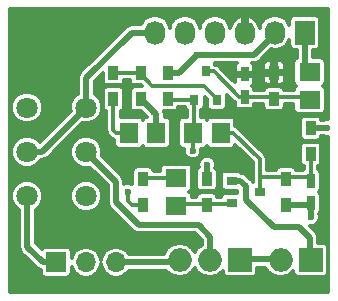
<source format=gtl>
G04 #@! TF.FileFunction,Copper,L1,Top,Signal*
%FSLAX46Y46*%
G04 Gerber Fmt 4.6, Leading zero omitted, Abs format (unit mm)*
G04 Created by KiCad (PCBNEW 4.0.4-1.fc24-product) date Mon Aug 27 11:40:59 2018*
%MOMM*%
%LPD*%
G01*
G04 APERTURE LIST*
%ADD10C,0.100000*%
%ADD11R,0.750000X1.200000*%
%ADD12R,0.900000X0.800000*%
%ADD13R,1.549400X1.800860*%
%ADD14C,1.800000*%
%ADD15O,1.998980X1.998980*%
%ADD16R,1.998980X1.998980*%
%ADD17R,0.800000X0.900000*%
%ADD18R,0.900000X1.200000*%
%ADD19R,1.800860X1.549400*%
%ADD20R,1.700000X1.700000*%
%ADD21O,1.700000X1.700000*%
%ADD22R,1.727200X2.032000*%
%ADD23O,1.727200X2.032000*%
%ADD24C,0.600000*%
%ADD25C,0.300000*%
%ADD26C,0.500000*%
G04 APERTURE END LIST*
D10*
D11*
X156400000Y-96950000D03*
X156400000Y-95050000D03*
D12*
X155300000Y-104050000D03*
X155300000Y-105950000D03*
X157700000Y-105000000D03*
D13*
X152023980Y-100000000D03*
X154376020Y-100000000D03*
D14*
X138000000Y-97850000D03*
X138000000Y-101600000D03*
X138000000Y-105350000D03*
X143000000Y-97850000D03*
X143000000Y-101600000D03*
X143000000Y-105350000D03*
D15*
X150920000Y-110750000D03*
D16*
X156000000Y-110750000D03*
D15*
X153460000Y-110750000D03*
D17*
X152150000Y-97200000D03*
X154050000Y-97200000D03*
X153100000Y-94800000D03*
D18*
X149900000Y-94900000D03*
X149900000Y-97100000D03*
D19*
X161900000Y-97176020D03*
X161900000Y-94823980D03*
D11*
X162000000Y-104050000D03*
X162000000Y-105950000D03*
D19*
X150600000Y-106176020D03*
X150600000Y-103823980D03*
D15*
X159460000Y-110750000D03*
D16*
X162000000Y-110750000D03*
D18*
X158900000Y-97100000D03*
X158900000Y-94900000D03*
X147600000Y-94900000D03*
X147600000Y-97100000D03*
X159900000Y-103900000D03*
X159900000Y-106100000D03*
X153200000Y-106100000D03*
X153200000Y-103900000D03*
X147800000Y-106100000D03*
X147800000Y-103900000D03*
X145300000Y-94900000D03*
X145300000Y-97100000D03*
X162000000Y-99600000D03*
X162000000Y-101800000D03*
D20*
X140460000Y-110950000D03*
D21*
X143000000Y-110950000D03*
X145540000Y-110950000D03*
D13*
X146584610Y-99999262D03*
X148936650Y-99999262D03*
D22*
X161500000Y-91500000D03*
D23*
X158960000Y-91500000D03*
X156420000Y-91500000D03*
X153880000Y-91500000D03*
X151340000Y-91500000D03*
X148800000Y-91500000D03*
D24*
X157500000Y-95000000D03*
X148749262Y-98249262D03*
X162000000Y-107140000D03*
X153220000Y-102700000D03*
X152000000Y-101500000D03*
X152350000Y-93400000D03*
X163360000Y-99600000D03*
X146500000Y-105000000D03*
D25*
X153100000Y-94800000D02*
X153800000Y-94800000D01*
X153800000Y-94800000D02*
X155950000Y-96950000D01*
X155950000Y-96950000D02*
X156400000Y-96950000D01*
X156400000Y-96950000D02*
X156390000Y-96960000D01*
X158900000Y-97100000D02*
X158760000Y-96960000D01*
X158760000Y-96960000D02*
X156410000Y-96960000D01*
X156410000Y-96960000D02*
X156400000Y-96950000D01*
X161900000Y-97176020D02*
X161683980Y-96960000D01*
X161683980Y-96960000D02*
X159040000Y-96960000D01*
X159040000Y-96960000D02*
X158900000Y-97100000D01*
D26*
X161500000Y-91500000D02*
X161500000Y-94423980D01*
X161500000Y-94423980D02*
X161900000Y-94823980D01*
X161392663Y-94316643D02*
X161900000Y-94823980D01*
X161400000Y-94323980D02*
X161900000Y-94823980D01*
X158900000Y-94900000D02*
X159000000Y-95000000D01*
X156400000Y-95050000D02*
X156450000Y-95000000D01*
X156450000Y-95000000D02*
X158800000Y-95000000D01*
X158800000Y-95000000D02*
X158900000Y-94900000D01*
X148749262Y-98249262D02*
X147600000Y-97100000D01*
X148936650Y-98436650D02*
X148749262Y-98249262D01*
X148936650Y-99999262D02*
X148936650Y-98436650D01*
X145540000Y-110950000D02*
X150670000Y-110950000D01*
X150670000Y-110950000D02*
X150920000Y-110700000D01*
X159900000Y-106100000D02*
X161850000Y-106100000D01*
X161850000Y-106100000D02*
X162000000Y-105950000D01*
X162000000Y-105950000D02*
X162000000Y-107140000D01*
X153200000Y-103900000D02*
X153200000Y-102720000D01*
X153200000Y-102720000D02*
X153220000Y-102700000D01*
D25*
X152000000Y-101500000D02*
X152000000Y-100023980D01*
X152000000Y-100023980D02*
X152023980Y-100000000D01*
X152150000Y-97200000D02*
X150000000Y-97200000D01*
X150000000Y-97200000D02*
X149900000Y-97100000D01*
X152150000Y-97200000D02*
X152150000Y-99873980D01*
X152150000Y-99873980D02*
X152023980Y-100000000D01*
X152023980Y-99373980D02*
X152023980Y-100000000D01*
X152023980Y-99874270D02*
X152023980Y-100000000D01*
X162000000Y-104050000D02*
X161700000Y-103750000D01*
X161700000Y-103750000D02*
X160050000Y-103750000D01*
X160050000Y-103750000D02*
X159900000Y-103900000D01*
X157700000Y-103750000D02*
X159750000Y-103750000D01*
X159750000Y-103750000D02*
X159900000Y-103900000D01*
X157700000Y-103750000D02*
X157700000Y-104000000D01*
X157700000Y-102249280D02*
X157700000Y-103750000D01*
X157700000Y-104000000D02*
X157700000Y-104300000D01*
X154376020Y-100000000D02*
X155450720Y-100000000D01*
X155450720Y-100000000D02*
X157700000Y-102249280D01*
X157700000Y-104300000D02*
X157700000Y-105000000D01*
X162000000Y-104050000D02*
X162000000Y-101800000D01*
X145300000Y-97100000D02*
X145300000Y-99789352D01*
X145300000Y-99789352D02*
X145509910Y-99999262D01*
X145509910Y-99999262D02*
X146584610Y-99999262D01*
X150600000Y-106176020D02*
X150776020Y-106000000D01*
X150776020Y-106000000D02*
X153100000Y-106000000D01*
X153100000Y-106000000D02*
X153200000Y-106100000D01*
X155300000Y-105950000D02*
X155250000Y-106000000D01*
X155250000Y-106000000D02*
X153300000Y-106000000D01*
X153300000Y-106000000D02*
X153200000Y-106100000D01*
X150600000Y-103823980D02*
X147876020Y-103823980D01*
X147876020Y-103823980D02*
X147800000Y-103900000D01*
D26*
X153500000Y-108800000D02*
X153460000Y-108840000D01*
X153460000Y-108840000D02*
X153460000Y-110700000D01*
X143000000Y-101650000D02*
X145500000Y-104150000D01*
X145500000Y-104150000D02*
X145500000Y-105840002D01*
X145500000Y-105840002D02*
X147459998Y-107800000D01*
X147459998Y-107800000D02*
X152500000Y-107800000D01*
X152500000Y-107800000D02*
X153500000Y-108800000D01*
X152350000Y-93400000D02*
X157212400Y-93400000D01*
X157212400Y-93400000D02*
X158960000Y-91652400D01*
X158960000Y-91652400D02*
X158960000Y-91500000D01*
X161910000Y-110400000D02*
X161940000Y-110400000D01*
X161940000Y-108900510D02*
X161940000Y-110700000D01*
X149900000Y-94900000D02*
X150850000Y-94900000D01*
X150850000Y-94900000D02*
X152350000Y-93400000D01*
X161940000Y-108900510D02*
X161039490Y-108000000D01*
X161039490Y-108000000D02*
X158859998Y-108000000D01*
X158859998Y-108000000D02*
X156500000Y-105640002D01*
X156500000Y-105640002D02*
X156500000Y-104500000D01*
X156500000Y-104500000D02*
X156050000Y-104050000D01*
X156050000Y-104050000D02*
X155300000Y-104050000D01*
X162000000Y-99600000D02*
X163360000Y-99600000D01*
D25*
X146500000Y-105750000D02*
X146850000Y-106100000D01*
X146850000Y-106100000D02*
X147800000Y-106100000D01*
X146500000Y-105000000D02*
X146500000Y-105750000D01*
X147800000Y-106100000D02*
X147800000Y-105950000D01*
D26*
X143000000Y-96577208D02*
X143000000Y-95339998D01*
X143000000Y-95339998D02*
X146839998Y-91500000D01*
X146839998Y-91500000D02*
X147636400Y-91500000D01*
X147636400Y-91500000D02*
X148800000Y-91500000D01*
X143000000Y-96577208D02*
X143000000Y-97850000D01*
X143000000Y-97850000D02*
X139250000Y-101600000D01*
X139250000Y-101600000D02*
X138000000Y-101600000D01*
D25*
X147600000Y-94900000D02*
X145300000Y-94900000D01*
X147600000Y-94900000D02*
X147600000Y-95050000D01*
X152949999Y-96049999D02*
X154050000Y-97150000D01*
X147600000Y-95050000D02*
X148599999Y-96049999D01*
X148599999Y-96049999D02*
X152949999Y-96049999D01*
X154050000Y-97150000D02*
X154050000Y-97200000D01*
D26*
X138000000Y-105350000D02*
X138000000Y-109640000D01*
X138000000Y-109640000D02*
X139310000Y-110950000D01*
X139310000Y-110950000D02*
X140460000Y-110950000D01*
X159400000Y-110700000D02*
X158100510Y-110700000D01*
X158100510Y-110700000D02*
X156000000Y-110700000D01*
D25*
G36*
X163475000Y-98850101D02*
X163211470Y-98849870D01*
X163090147Y-98900000D01*
X162890000Y-98900000D01*
X162877438Y-98833240D01*
X162778883Y-98680081D01*
X162628505Y-98577332D01*
X162450000Y-98541184D01*
X161550000Y-98541184D01*
X161383240Y-98572562D01*
X161230081Y-98671117D01*
X161127332Y-98821495D01*
X161091184Y-99000000D01*
X161091184Y-100200000D01*
X161122562Y-100366760D01*
X161221117Y-100519919D01*
X161371495Y-100622668D01*
X161550000Y-100658816D01*
X162450000Y-100658816D01*
X162616760Y-100627438D01*
X162769919Y-100528883D01*
X162872668Y-100378505D01*
X162888566Y-100300000D01*
X163090063Y-100300000D01*
X163210161Y-100349869D01*
X163475000Y-100350101D01*
X163475000Y-113475000D01*
X136525000Y-113475000D01*
X136525000Y-101867353D01*
X136649766Y-101867353D01*
X136854858Y-102363715D01*
X137234288Y-102743807D01*
X137730290Y-102949765D01*
X138267353Y-102950234D01*
X138763715Y-102745142D01*
X139143807Y-102365712D01*
X139171093Y-102300000D01*
X139250000Y-102300000D01*
X139517879Y-102246716D01*
X139744975Y-102094975D01*
X142666622Y-99173328D01*
X142730290Y-99199765D01*
X143267353Y-99200234D01*
X143763715Y-98995142D01*
X144143807Y-98615712D01*
X144349765Y-98119710D01*
X144350234Y-97582647D01*
X144145142Y-97086285D01*
X143765712Y-96706193D01*
X143700000Y-96678907D01*
X143700000Y-95629948D01*
X144391184Y-94938764D01*
X144391184Y-95500000D01*
X144422562Y-95666760D01*
X144521117Y-95819919D01*
X144671495Y-95922668D01*
X144850000Y-95958816D01*
X145750000Y-95958816D01*
X145916760Y-95927438D01*
X146069919Y-95828883D01*
X146172668Y-95678505D01*
X146208816Y-95500000D01*
X146691184Y-95500000D01*
X146722562Y-95666760D01*
X146821117Y-95819919D01*
X146971495Y-95922668D01*
X147150000Y-95958816D01*
X147660288Y-95958816D01*
X147742656Y-96041184D01*
X147150000Y-96041184D01*
X146983240Y-96072562D01*
X146830081Y-96171117D01*
X146727332Y-96321495D01*
X146691184Y-96500000D01*
X146691184Y-97700000D01*
X146722562Y-97866760D01*
X146821117Y-98019919D01*
X146971495Y-98122668D01*
X147150000Y-98158816D01*
X147668866Y-98158816D01*
X148063413Y-98553363D01*
X148103743Y-98650968D01*
X147995190Y-98671394D01*
X147842031Y-98769949D01*
X147759835Y-98890247D01*
X147688193Y-98778913D01*
X147537815Y-98676164D01*
X147359310Y-98640016D01*
X145900000Y-98640016D01*
X145900000Y-98130592D01*
X145916760Y-98127438D01*
X146069919Y-98028883D01*
X146172668Y-97878505D01*
X146208816Y-97700000D01*
X146208816Y-96500000D01*
X146177438Y-96333240D01*
X146078883Y-96180081D01*
X145928505Y-96077332D01*
X145750000Y-96041184D01*
X144850000Y-96041184D01*
X144683240Y-96072562D01*
X144530081Y-96171117D01*
X144427332Y-96321495D01*
X144391184Y-96500000D01*
X144391184Y-97700000D01*
X144422562Y-97866760D01*
X144521117Y-98019919D01*
X144671495Y-98122668D01*
X144700000Y-98128440D01*
X144700000Y-99789352D01*
X144745672Y-100018962D01*
X144875736Y-100213616D01*
X145085646Y-100423526D01*
X145280300Y-100553590D01*
X145351094Y-100567672D01*
X145351094Y-100899692D01*
X145382472Y-101066452D01*
X145481027Y-101219611D01*
X145631405Y-101322360D01*
X145809910Y-101358508D01*
X147359310Y-101358508D01*
X147526070Y-101327130D01*
X147679229Y-101228575D01*
X147761425Y-101108277D01*
X147833067Y-101219611D01*
X147983445Y-101322360D01*
X148161950Y-101358508D01*
X149711350Y-101358508D01*
X149878110Y-101327130D01*
X150031269Y-101228575D01*
X150134018Y-101078197D01*
X150170166Y-100899692D01*
X150170166Y-99098832D01*
X150138788Y-98932072D01*
X150040233Y-98778913D01*
X149889855Y-98676164D01*
X149711350Y-98640016D01*
X149636650Y-98640016D01*
X149636650Y-98436655D01*
X149636651Y-98436650D01*
X149583366Y-98168771D01*
X149576714Y-98158816D01*
X150350000Y-98158816D01*
X150516760Y-98127438D01*
X150669919Y-98028883D01*
X150772668Y-97878505D01*
X150788566Y-97800000D01*
X151319408Y-97800000D01*
X151322562Y-97816760D01*
X151421117Y-97969919D01*
X151550000Y-98057981D01*
X151550000Y-98640754D01*
X151249280Y-98640754D01*
X151082520Y-98672132D01*
X150929361Y-98770687D01*
X150826612Y-98921065D01*
X150790464Y-99099570D01*
X150790464Y-100900430D01*
X150821842Y-101067190D01*
X150920397Y-101220349D01*
X151070775Y-101323098D01*
X151249280Y-101359246D01*
X151250123Y-101359246D01*
X151249870Y-101648530D01*
X151363811Y-101924286D01*
X151574605Y-102135448D01*
X151850161Y-102249869D01*
X152148530Y-102250130D01*
X152424286Y-102136189D01*
X152635448Y-101925395D01*
X152749869Y-101649839D01*
X152750123Y-101359246D01*
X152798680Y-101359246D01*
X152965440Y-101327868D01*
X153118599Y-101229313D01*
X153200795Y-101109015D01*
X153272437Y-101220349D01*
X153422815Y-101323098D01*
X153601320Y-101359246D01*
X155150720Y-101359246D01*
X155317480Y-101327868D01*
X155470639Y-101229313D01*
X155573388Y-101078935D01*
X155591531Y-100989339D01*
X157100000Y-102497808D01*
X157100000Y-104162206D01*
X156994975Y-104005025D01*
X156544975Y-103555025D01*
X156317879Y-103403284D01*
X156097821Y-103359512D01*
X156078883Y-103330081D01*
X155928505Y-103227332D01*
X155750000Y-103191184D01*
X154850000Y-103191184D01*
X154683240Y-103222562D01*
X154530081Y-103321117D01*
X154427332Y-103471495D01*
X154391184Y-103650000D01*
X154391184Y-104450000D01*
X154422562Y-104616760D01*
X154521117Y-104769919D01*
X154671495Y-104872668D01*
X154850000Y-104908816D01*
X155750000Y-104908816D01*
X155800000Y-104899408D01*
X155800000Y-105101309D01*
X155750000Y-105091184D01*
X154850000Y-105091184D01*
X154683240Y-105122562D01*
X154530081Y-105221117D01*
X154427332Y-105371495D01*
X154421560Y-105400000D01*
X154090000Y-105400000D01*
X154077438Y-105333240D01*
X153978883Y-105180081D01*
X153828505Y-105077332D01*
X153650000Y-105041184D01*
X152750000Y-105041184D01*
X152583240Y-105072562D01*
X152430081Y-105171117D01*
X152327332Y-105321495D01*
X152311434Y-105400000D01*
X151958998Y-105400000D01*
X151927868Y-105234560D01*
X151829313Y-105081401D01*
X151709015Y-104999205D01*
X151820349Y-104927563D01*
X151923098Y-104777185D01*
X151959246Y-104598680D01*
X151959246Y-103300000D01*
X152291184Y-103300000D01*
X152291184Y-104500000D01*
X152322562Y-104666760D01*
X152421117Y-104819919D01*
X152571495Y-104922668D01*
X152750000Y-104958816D01*
X153650000Y-104958816D01*
X153816760Y-104927438D01*
X153969919Y-104828883D01*
X154072668Y-104678505D01*
X154108816Y-104500000D01*
X154108816Y-103300000D01*
X154077438Y-103133240D01*
X153978883Y-102980081D01*
X153929733Y-102946498D01*
X153969869Y-102849839D01*
X153970130Y-102551470D01*
X153856189Y-102275714D01*
X153645395Y-102064552D01*
X153369839Y-101950131D01*
X153071470Y-101949870D01*
X152795714Y-102063811D01*
X152584552Y-102274605D01*
X152470131Y-102550161D01*
X152469870Y-102848530D01*
X152500000Y-102921450D01*
X152500000Y-102926125D01*
X152430081Y-102971117D01*
X152327332Y-103121495D01*
X152291184Y-103300000D01*
X151959246Y-103300000D01*
X151959246Y-103049280D01*
X151927868Y-102882520D01*
X151829313Y-102729361D01*
X151678935Y-102626612D01*
X151500430Y-102590464D01*
X149699570Y-102590464D01*
X149532810Y-102621842D01*
X149379651Y-102720397D01*
X149276902Y-102870775D01*
X149240754Y-103049280D01*
X149240754Y-103223980D01*
X148694512Y-103223980D01*
X148677438Y-103133240D01*
X148578883Y-102980081D01*
X148428505Y-102877332D01*
X148250000Y-102841184D01*
X147350000Y-102841184D01*
X147183240Y-102872562D01*
X147030081Y-102971117D01*
X146927332Y-103121495D01*
X146891184Y-103300000D01*
X146891184Y-104350346D01*
X146649839Y-104250131D01*
X146351470Y-104249870D01*
X146200000Y-104312457D01*
X146200000Y-104150000D01*
X146170117Y-103999766D01*
X146146716Y-103882121D01*
X145994975Y-103655025D01*
X144308658Y-101968708D01*
X144349765Y-101869710D01*
X144350234Y-101332647D01*
X144145142Y-100836285D01*
X143765712Y-100456193D01*
X143269710Y-100250235D01*
X142732647Y-100249766D01*
X142236285Y-100454858D01*
X141856193Y-100834288D01*
X141650235Y-101330290D01*
X141649766Y-101867353D01*
X141854858Y-102363715D01*
X142234288Y-102743807D01*
X142730290Y-102949765D01*
X143267353Y-102950234D01*
X143297732Y-102937682D01*
X144800000Y-104439950D01*
X144800000Y-105840002D01*
X144853284Y-106107881D01*
X145005025Y-106334977D01*
X146965023Y-108294975D01*
X147192119Y-108446716D01*
X147459998Y-108500001D01*
X147460003Y-108500000D01*
X152210050Y-108500000D01*
X152760000Y-109049949D01*
X152760000Y-109488961D01*
X152406659Y-109725056D01*
X152190000Y-110049309D01*
X151973341Y-109725056D01*
X151503093Y-109410846D01*
X150948397Y-109300510D01*
X150891603Y-109300510D01*
X150336907Y-109410846D01*
X149866659Y-109725056D01*
X149552449Y-110195304D01*
X149541569Y-110250000D01*
X146622747Y-110250000D01*
X146459239Y-110005292D01*
X146037488Y-109723488D01*
X145540000Y-109624531D01*
X145042512Y-109723488D01*
X144620761Y-110005292D01*
X144338957Y-110427043D01*
X144270000Y-110773712D01*
X144201043Y-110427043D01*
X143919239Y-110005292D01*
X143497488Y-109723488D01*
X143000000Y-109624531D01*
X142502512Y-109723488D01*
X142080761Y-110005292D01*
X141798957Y-110427043D01*
X141768816Y-110578571D01*
X141768816Y-110100000D01*
X141737438Y-109933240D01*
X141638883Y-109780081D01*
X141488505Y-109677332D01*
X141310000Y-109641184D01*
X139610000Y-109641184D01*
X139443240Y-109672562D01*
X139290081Y-109771117D01*
X139221475Y-109871525D01*
X138700000Y-109350050D01*
X138700000Y-106521468D01*
X138763715Y-106495142D01*
X139143807Y-106115712D01*
X139349765Y-105619710D01*
X139349767Y-105617353D01*
X141649766Y-105617353D01*
X141854858Y-106113715D01*
X142234288Y-106493807D01*
X142730290Y-106699765D01*
X143267353Y-106700234D01*
X143763715Y-106495142D01*
X144143807Y-106115712D01*
X144349765Y-105619710D01*
X144350234Y-105082647D01*
X144145142Y-104586285D01*
X143765712Y-104206193D01*
X143269710Y-104000235D01*
X142732647Y-103999766D01*
X142236285Y-104204858D01*
X141856193Y-104584288D01*
X141650235Y-105080290D01*
X141649766Y-105617353D01*
X139349767Y-105617353D01*
X139350234Y-105082647D01*
X139145142Y-104586285D01*
X138765712Y-104206193D01*
X138269710Y-104000235D01*
X137732647Y-103999766D01*
X137236285Y-104204858D01*
X136856193Y-104584288D01*
X136650235Y-105080290D01*
X136649766Y-105617353D01*
X136854858Y-106113715D01*
X137234288Y-106493807D01*
X137300000Y-106521093D01*
X137300000Y-109640000D01*
X137353284Y-109907879D01*
X137505025Y-110134975D01*
X138815025Y-111444975D01*
X139042121Y-111596716D01*
X139151184Y-111618410D01*
X139151184Y-111800000D01*
X139182562Y-111966760D01*
X139281117Y-112119919D01*
X139431495Y-112222668D01*
X139610000Y-112258816D01*
X141310000Y-112258816D01*
X141476760Y-112227438D01*
X141629919Y-112128883D01*
X141732668Y-111978505D01*
X141768816Y-111800000D01*
X141768816Y-111321429D01*
X141798957Y-111472957D01*
X142080761Y-111894708D01*
X142502512Y-112176512D01*
X143000000Y-112275469D01*
X143497488Y-112176512D01*
X143919239Y-111894708D01*
X144201043Y-111472957D01*
X144270000Y-111126288D01*
X144338957Y-111472957D01*
X144620761Y-111894708D01*
X145042512Y-112176512D01*
X145540000Y-112275469D01*
X146037488Y-112176512D01*
X146459239Y-111894708D01*
X146622747Y-111650000D01*
X149783174Y-111650000D01*
X149866659Y-111774944D01*
X150336907Y-112089154D01*
X150891603Y-112199490D01*
X150948397Y-112199490D01*
X151503093Y-112089154D01*
X151973341Y-111774944D01*
X152190000Y-111450691D01*
X152406659Y-111774944D01*
X152876907Y-112089154D01*
X153431603Y-112199490D01*
X153488397Y-112199490D01*
X154043093Y-112089154D01*
X154513341Y-111774944D01*
X154541694Y-111732511D01*
X154541694Y-111749490D01*
X154573072Y-111916250D01*
X154671627Y-112069409D01*
X154822005Y-112172158D01*
X155000510Y-112208306D01*
X156999490Y-112208306D01*
X157166250Y-112176928D01*
X157319409Y-112078373D01*
X157422158Y-111927995D01*
X157458306Y-111749490D01*
X157458306Y-111400000D01*
X158156129Y-111400000D01*
X158406659Y-111774944D01*
X158876907Y-112089154D01*
X159431603Y-112199490D01*
X159488397Y-112199490D01*
X160043093Y-112089154D01*
X160513341Y-111774944D01*
X160541694Y-111732511D01*
X160541694Y-111749490D01*
X160573072Y-111916250D01*
X160671627Y-112069409D01*
X160822005Y-112172158D01*
X161000510Y-112208306D01*
X162999490Y-112208306D01*
X163166250Y-112176928D01*
X163319409Y-112078373D01*
X163422158Y-111927995D01*
X163458306Y-111749490D01*
X163458306Y-109750510D01*
X163426928Y-109583750D01*
X163328373Y-109430591D01*
X163177995Y-109327842D01*
X162999490Y-109291694D01*
X162640000Y-109291694D01*
X162640000Y-108900510D01*
X162586716Y-108632632D01*
X162434975Y-108405535D01*
X162434972Y-108405533D01*
X161919369Y-107889930D01*
X162148530Y-107890130D01*
X162424286Y-107776189D01*
X162635448Y-107565395D01*
X162749869Y-107289839D01*
X162750130Y-106991470D01*
X162700335Y-106870957D01*
X162797668Y-106728505D01*
X162833816Y-106550000D01*
X162833816Y-105350000D01*
X162802438Y-105183240D01*
X162703883Y-105030081D01*
X162660946Y-105000744D01*
X162694919Y-104978883D01*
X162797668Y-104828505D01*
X162833816Y-104650000D01*
X162833816Y-103450000D01*
X162802438Y-103283240D01*
X162703883Y-103130081D01*
X162600000Y-103059101D01*
X162600000Y-102830592D01*
X162616760Y-102827438D01*
X162769919Y-102728883D01*
X162872668Y-102578505D01*
X162908816Y-102400000D01*
X162908816Y-101200000D01*
X162877438Y-101033240D01*
X162778883Y-100880081D01*
X162628505Y-100777332D01*
X162450000Y-100741184D01*
X161550000Y-100741184D01*
X161383240Y-100772562D01*
X161230081Y-100871117D01*
X161127332Y-101021495D01*
X161091184Y-101200000D01*
X161091184Y-102400000D01*
X161122562Y-102566760D01*
X161221117Y-102719919D01*
X161371495Y-102822668D01*
X161400000Y-102828440D01*
X161400000Y-103060038D01*
X161305081Y-103121117D01*
X161285346Y-103150000D01*
X160780592Y-103150000D01*
X160777438Y-103133240D01*
X160678883Y-102980081D01*
X160528505Y-102877332D01*
X160350000Y-102841184D01*
X159450000Y-102841184D01*
X159283240Y-102872562D01*
X159130081Y-102971117D01*
X159027332Y-103121495D01*
X159021560Y-103150000D01*
X158300000Y-103150000D01*
X158300000Y-102249280D01*
X158254328Y-102019670D01*
X158124264Y-101825016D01*
X155874984Y-99575736D01*
X155680330Y-99445672D01*
X155609536Y-99431590D01*
X155609536Y-99099570D01*
X155578158Y-98932810D01*
X155479603Y-98779651D01*
X155329225Y-98676902D01*
X155150720Y-98640754D01*
X153601320Y-98640754D01*
X153434560Y-98672132D01*
X153281401Y-98770687D01*
X153199205Y-98890985D01*
X153127563Y-98779651D01*
X152977185Y-98676902D01*
X152798680Y-98640754D01*
X152750000Y-98640754D01*
X152750000Y-98056049D01*
X152869919Y-97978883D01*
X152972668Y-97828505D01*
X153008816Y-97650000D01*
X153008816Y-96957344D01*
X153191184Y-97139712D01*
X153191184Y-97650000D01*
X153222562Y-97816760D01*
X153321117Y-97969919D01*
X153471495Y-98072668D01*
X153650000Y-98108816D01*
X154450000Y-98108816D01*
X154616760Y-98077438D01*
X154769919Y-97978883D01*
X154872668Y-97828505D01*
X154908816Y-97650000D01*
X154908816Y-96757344D01*
X155525736Y-97374264D01*
X155566184Y-97401291D01*
X155566184Y-97550000D01*
X155597562Y-97716760D01*
X155696117Y-97869919D01*
X155846495Y-97972668D01*
X156025000Y-98008816D01*
X156775000Y-98008816D01*
X156941760Y-97977438D01*
X157094919Y-97878883D01*
X157197668Y-97728505D01*
X157231791Y-97560000D01*
X157991184Y-97560000D01*
X157991184Y-97700000D01*
X158022562Y-97866760D01*
X158121117Y-98019919D01*
X158271495Y-98122668D01*
X158450000Y-98158816D01*
X159350000Y-98158816D01*
X159516760Y-98127438D01*
X159669919Y-98028883D01*
X159772668Y-97878505D01*
X159808816Y-97700000D01*
X159808816Y-97560000D01*
X160540754Y-97560000D01*
X160540754Y-97950720D01*
X160572132Y-98117480D01*
X160670687Y-98270639D01*
X160821065Y-98373388D01*
X160999570Y-98409536D01*
X162800430Y-98409536D01*
X162967190Y-98378158D01*
X163120349Y-98279603D01*
X163223098Y-98129225D01*
X163259246Y-97950720D01*
X163259246Y-96401320D01*
X163227868Y-96234560D01*
X163129313Y-96081401D01*
X163009015Y-95999205D01*
X163120349Y-95927563D01*
X163223098Y-95777185D01*
X163259246Y-95598680D01*
X163259246Y-94049280D01*
X163227868Y-93882520D01*
X163129313Y-93729361D01*
X162978935Y-93626612D01*
X162800430Y-93590464D01*
X162200000Y-93590464D01*
X162200000Y-92974816D01*
X162363600Y-92974816D01*
X162530360Y-92943438D01*
X162683519Y-92844883D01*
X162786268Y-92694505D01*
X162822416Y-92516000D01*
X162822416Y-90484000D01*
X162791038Y-90317240D01*
X162692483Y-90164081D01*
X162542105Y-90061332D01*
X162363600Y-90025184D01*
X160636400Y-90025184D01*
X160469640Y-90056562D01*
X160316481Y-90155117D01*
X160213732Y-90305495D01*
X160177584Y-90484000D01*
X160177584Y-90836175D01*
X160173608Y-90816186D01*
X159888855Y-90390024D01*
X159462693Y-90105271D01*
X158960000Y-90005279D01*
X158457307Y-90105271D01*
X158031145Y-90390024D01*
X157746392Y-90816186D01*
X157694048Y-91079335D01*
X157541399Y-90663221D01*
X157194137Y-90286175D01*
X156772301Y-90082124D01*
X156570000Y-90155903D01*
X156570000Y-91350000D01*
X156590000Y-91350000D01*
X156590000Y-91650000D01*
X156570000Y-91650000D01*
X156570000Y-91670000D01*
X156270000Y-91670000D01*
X156270000Y-91650000D01*
X156250000Y-91650000D01*
X156250000Y-91350000D01*
X156270000Y-91350000D01*
X156270000Y-90155903D01*
X156067699Y-90082124D01*
X155645863Y-90286175D01*
X155298601Y-90663221D01*
X155145952Y-91079335D01*
X155093608Y-90816186D01*
X154808855Y-90390024D01*
X154382693Y-90105271D01*
X153880000Y-90005279D01*
X153377307Y-90105271D01*
X152951145Y-90390024D01*
X152666392Y-90816186D01*
X152610000Y-91099687D01*
X152553608Y-90816186D01*
X152268855Y-90390024D01*
X151842693Y-90105271D01*
X151340000Y-90005279D01*
X150837307Y-90105271D01*
X150411145Y-90390024D01*
X150126392Y-90816186D01*
X150070000Y-91099687D01*
X150013608Y-90816186D01*
X149728855Y-90390024D01*
X149302693Y-90105271D01*
X148800000Y-90005279D01*
X148297307Y-90105271D01*
X147871145Y-90390024D01*
X147597207Y-90800000D01*
X146839998Y-90800000D01*
X146572120Y-90853284D01*
X146572118Y-90853285D01*
X146572119Y-90853285D01*
X146345023Y-91005025D01*
X142505025Y-94845023D01*
X142353284Y-95072119D01*
X142335306Y-95162500D01*
X142300000Y-95339998D01*
X142300000Y-96678532D01*
X142236285Y-96704858D01*
X141856193Y-97084288D01*
X141650235Y-97580290D01*
X141649766Y-98117353D01*
X141676937Y-98183113D01*
X139084506Y-100775544D01*
X138765712Y-100456193D01*
X138269710Y-100250235D01*
X137732647Y-100249766D01*
X137236285Y-100454858D01*
X136856193Y-100834288D01*
X136650235Y-101330290D01*
X136649766Y-101867353D01*
X136525000Y-101867353D01*
X136525000Y-98117353D01*
X136649766Y-98117353D01*
X136854858Y-98613715D01*
X137234288Y-98993807D01*
X137730290Y-99199765D01*
X138267353Y-99200234D01*
X138763715Y-98995142D01*
X139143807Y-98615712D01*
X139349765Y-98119710D01*
X139350234Y-97582647D01*
X139145142Y-97086285D01*
X138765712Y-96706193D01*
X138269710Y-96500235D01*
X137732647Y-96499766D01*
X137236285Y-96704858D01*
X136856193Y-97084288D01*
X136650235Y-97580290D01*
X136649766Y-98117353D01*
X136525000Y-98117353D01*
X136525000Y-89525000D01*
X163475000Y-89525000D01*
X163475000Y-98850101D01*
X163475000Y-98850101D01*
G37*
X163475000Y-98850101D02*
X163211470Y-98849870D01*
X163090147Y-98900000D01*
X162890000Y-98900000D01*
X162877438Y-98833240D01*
X162778883Y-98680081D01*
X162628505Y-98577332D01*
X162450000Y-98541184D01*
X161550000Y-98541184D01*
X161383240Y-98572562D01*
X161230081Y-98671117D01*
X161127332Y-98821495D01*
X161091184Y-99000000D01*
X161091184Y-100200000D01*
X161122562Y-100366760D01*
X161221117Y-100519919D01*
X161371495Y-100622668D01*
X161550000Y-100658816D01*
X162450000Y-100658816D01*
X162616760Y-100627438D01*
X162769919Y-100528883D01*
X162872668Y-100378505D01*
X162888566Y-100300000D01*
X163090063Y-100300000D01*
X163210161Y-100349869D01*
X163475000Y-100350101D01*
X163475000Y-113475000D01*
X136525000Y-113475000D01*
X136525000Y-101867353D01*
X136649766Y-101867353D01*
X136854858Y-102363715D01*
X137234288Y-102743807D01*
X137730290Y-102949765D01*
X138267353Y-102950234D01*
X138763715Y-102745142D01*
X139143807Y-102365712D01*
X139171093Y-102300000D01*
X139250000Y-102300000D01*
X139517879Y-102246716D01*
X139744975Y-102094975D01*
X142666622Y-99173328D01*
X142730290Y-99199765D01*
X143267353Y-99200234D01*
X143763715Y-98995142D01*
X144143807Y-98615712D01*
X144349765Y-98119710D01*
X144350234Y-97582647D01*
X144145142Y-97086285D01*
X143765712Y-96706193D01*
X143700000Y-96678907D01*
X143700000Y-95629948D01*
X144391184Y-94938764D01*
X144391184Y-95500000D01*
X144422562Y-95666760D01*
X144521117Y-95819919D01*
X144671495Y-95922668D01*
X144850000Y-95958816D01*
X145750000Y-95958816D01*
X145916760Y-95927438D01*
X146069919Y-95828883D01*
X146172668Y-95678505D01*
X146208816Y-95500000D01*
X146691184Y-95500000D01*
X146722562Y-95666760D01*
X146821117Y-95819919D01*
X146971495Y-95922668D01*
X147150000Y-95958816D01*
X147660288Y-95958816D01*
X147742656Y-96041184D01*
X147150000Y-96041184D01*
X146983240Y-96072562D01*
X146830081Y-96171117D01*
X146727332Y-96321495D01*
X146691184Y-96500000D01*
X146691184Y-97700000D01*
X146722562Y-97866760D01*
X146821117Y-98019919D01*
X146971495Y-98122668D01*
X147150000Y-98158816D01*
X147668866Y-98158816D01*
X148063413Y-98553363D01*
X148103743Y-98650968D01*
X147995190Y-98671394D01*
X147842031Y-98769949D01*
X147759835Y-98890247D01*
X147688193Y-98778913D01*
X147537815Y-98676164D01*
X147359310Y-98640016D01*
X145900000Y-98640016D01*
X145900000Y-98130592D01*
X145916760Y-98127438D01*
X146069919Y-98028883D01*
X146172668Y-97878505D01*
X146208816Y-97700000D01*
X146208816Y-96500000D01*
X146177438Y-96333240D01*
X146078883Y-96180081D01*
X145928505Y-96077332D01*
X145750000Y-96041184D01*
X144850000Y-96041184D01*
X144683240Y-96072562D01*
X144530081Y-96171117D01*
X144427332Y-96321495D01*
X144391184Y-96500000D01*
X144391184Y-97700000D01*
X144422562Y-97866760D01*
X144521117Y-98019919D01*
X144671495Y-98122668D01*
X144700000Y-98128440D01*
X144700000Y-99789352D01*
X144745672Y-100018962D01*
X144875736Y-100213616D01*
X145085646Y-100423526D01*
X145280300Y-100553590D01*
X145351094Y-100567672D01*
X145351094Y-100899692D01*
X145382472Y-101066452D01*
X145481027Y-101219611D01*
X145631405Y-101322360D01*
X145809910Y-101358508D01*
X147359310Y-101358508D01*
X147526070Y-101327130D01*
X147679229Y-101228575D01*
X147761425Y-101108277D01*
X147833067Y-101219611D01*
X147983445Y-101322360D01*
X148161950Y-101358508D01*
X149711350Y-101358508D01*
X149878110Y-101327130D01*
X150031269Y-101228575D01*
X150134018Y-101078197D01*
X150170166Y-100899692D01*
X150170166Y-99098832D01*
X150138788Y-98932072D01*
X150040233Y-98778913D01*
X149889855Y-98676164D01*
X149711350Y-98640016D01*
X149636650Y-98640016D01*
X149636650Y-98436655D01*
X149636651Y-98436650D01*
X149583366Y-98168771D01*
X149576714Y-98158816D01*
X150350000Y-98158816D01*
X150516760Y-98127438D01*
X150669919Y-98028883D01*
X150772668Y-97878505D01*
X150788566Y-97800000D01*
X151319408Y-97800000D01*
X151322562Y-97816760D01*
X151421117Y-97969919D01*
X151550000Y-98057981D01*
X151550000Y-98640754D01*
X151249280Y-98640754D01*
X151082520Y-98672132D01*
X150929361Y-98770687D01*
X150826612Y-98921065D01*
X150790464Y-99099570D01*
X150790464Y-100900430D01*
X150821842Y-101067190D01*
X150920397Y-101220349D01*
X151070775Y-101323098D01*
X151249280Y-101359246D01*
X151250123Y-101359246D01*
X151249870Y-101648530D01*
X151363811Y-101924286D01*
X151574605Y-102135448D01*
X151850161Y-102249869D01*
X152148530Y-102250130D01*
X152424286Y-102136189D01*
X152635448Y-101925395D01*
X152749869Y-101649839D01*
X152750123Y-101359246D01*
X152798680Y-101359246D01*
X152965440Y-101327868D01*
X153118599Y-101229313D01*
X153200795Y-101109015D01*
X153272437Y-101220349D01*
X153422815Y-101323098D01*
X153601320Y-101359246D01*
X155150720Y-101359246D01*
X155317480Y-101327868D01*
X155470639Y-101229313D01*
X155573388Y-101078935D01*
X155591531Y-100989339D01*
X157100000Y-102497808D01*
X157100000Y-104162206D01*
X156994975Y-104005025D01*
X156544975Y-103555025D01*
X156317879Y-103403284D01*
X156097821Y-103359512D01*
X156078883Y-103330081D01*
X155928505Y-103227332D01*
X155750000Y-103191184D01*
X154850000Y-103191184D01*
X154683240Y-103222562D01*
X154530081Y-103321117D01*
X154427332Y-103471495D01*
X154391184Y-103650000D01*
X154391184Y-104450000D01*
X154422562Y-104616760D01*
X154521117Y-104769919D01*
X154671495Y-104872668D01*
X154850000Y-104908816D01*
X155750000Y-104908816D01*
X155800000Y-104899408D01*
X155800000Y-105101309D01*
X155750000Y-105091184D01*
X154850000Y-105091184D01*
X154683240Y-105122562D01*
X154530081Y-105221117D01*
X154427332Y-105371495D01*
X154421560Y-105400000D01*
X154090000Y-105400000D01*
X154077438Y-105333240D01*
X153978883Y-105180081D01*
X153828505Y-105077332D01*
X153650000Y-105041184D01*
X152750000Y-105041184D01*
X152583240Y-105072562D01*
X152430081Y-105171117D01*
X152327332Y-105321495D01*
X152311434Y-105400000D01*
X151958998Y-105400000D01*
X151927868Y-105234560D01*
X151829313Y-105081401D01*
X151709015Y-104999205D01*
X151820349Y-104927563D01*
X151923098Y-104777185D01*
X151959246Y-104598680D01*
X151959246Y-103300000D01*
X152291184Y-103300000D01*
X152291184Y-104500000D01*
X152322562Y-104666760D01*
X152421117Y-104819919D01*
X152571495Y-104922668D01*
X152750000Y-104958816D01*
X153650000Y-104958816D01*
X153816760Y-104927438D01*
X153969919Y-104828883D01*
X154072668Y-104678505D01*
X154108816Y-104500000D01*
X154108816Y-103300000D01*
X154077438Y-103133240D01*
X153978883Y-102980081D01*
X153929733Y-102946498D01*
X153969869Y-102849839D01*
X153970130Y-102551470D01*
X153856189Y-102275714D01*
X153645395Y-102064552D01*
X153369839Y-101950131D01*
X153071470Y-101949870D01*
X152795714Y-102063811D01*
X152584552Y-102274605D01*
X152470131Y-102550161D01*
X152469870Y-102848530D01*
X152500000Y-102921450D01*
X152500000Y-102926125D01*
X152430081Y-102971117D01*
X152327332Y-103121495D01*
X152291184Y-103300000D01*
X151959246Y-103300000D01*
X151959246Y-103049280D01*
X151927868Y-102882520D01*
X151829313Y-102729361D01*
X151678935Y-102626612D01*
X151500430Y-102590464D01*
X149699570Y-102590464D01*
X149532810Y-102621842D01*
X149379651Y-102720397D01*
X149276902Y-102870775D01*
X149240754Y-103049280D01*
X149240754Y-103223980D01*
X148694512Y-103223980D01*
X148677438Y-103133240D01*
X148578883Y-102980081D01*
X148428505Y-102877332D01*
X148250000Y-102841184D01*
X147350000Y-102841184D01*
X147183240Y-102872562D01*
X147030081Y-102971117D01*
X146927332Y-103121495D01*
X146891184Y-103300000D01*
X146891184Y-104350346D01*
X146649839Y-104250131D01*
X146351470Y-104249870D01*
X146200000Y-104312457D01*
X146200000Y-104150000D01*
X146170117Y-103999766D01*
X146146716Y-103882121D01*
X145994975Y-103655025D01*
X144308658Y-101968708D01*
X144349765Y-101869710D01*
X144350234Y-101332647D01*
X144145142Y-100836285D01*
X143765712Y-100456193D01*
X143269710Y-100250235D01*
X142732647Y-100249766D01*
X142236285Y-100454858D01*
X141856193Y-100834288D01*
X141650235Y-101330290D01*
X141649766Y-101867353D01*
X141854858Y-102363715D01*
X142234288Y-102743807D01*
X142730290Y-102949765D01*
X143267353Y-102950234D01*
X143297732Y-102937682D01*
X144800000Y-104439950D01*
X144800000Y-105840002D01*
X144853284Y-106107881D01*
X145005025Y-106334977D01*
X146965023Y-108294975D01*
X147192119Y-108446716D01*
X147459998Y-108500001D01*
X147460003Y-108500000D01*
X152210050Y-108500000D01*
X152760000Y-109049949D01*
X152760000Y-109488961D01*
X152406659Y-109725056D01*
X152190000Y-110049309D01*
X151973341Y-109725056D01*
X151503093Y-109410846D01*
X150948397Y-109300510D01*
X150891603Y-109300510D01*
X150336907Y-109410846D01*
X149866659Y-109725056D01*
X149552449Y-110195304D01*
X149541569Y-110250000D01*
X146622747Y-110250000D01*
X146459239Y-110005292D01*
X146037488Y-109723488D01*
X145540000Y-109624531D01*
X145042512Y-109723488D01*
X144620761Y-110005292D01*
X144338957Y-110427043D01*
X144270000Y-110773712D01*
X144201043Y-110427043D01*
X143919239Y-110005292D01*
X143497488Y-109723488D01*
X143000000Y-109624531D01*
X142502512Y-109723488D01*
X142080761Y-110005292D01*
X141798957Y-110427043D01*
X141768816Y-110578571D01*
X141768816Y-110100000D01*
X141737438Y-109933240D01*
X141638883Y-109780081D01*
X141488505Y-109677332D01*
X141310000Y-109641184D01*
X139610000Y-109641184D01*
X139443240Y-109672562D01*
X139290081Y-109771117D01*
X139221475Y-109871525D01*
X138700000Y-109350050D01*
X138700000Y-106521468D01*
X138763715Y-106495142D01*
X139143807Y-106115712D01*
X139349765Y-105619710D01*
X139349767Y-105617353D01*
X141649766Y-105617353D01*
X141854858Y-106113715D01*
X142234288Y-106493807D01*
X142730290Y-106699765D01*
X143267353Y-106700234D01*
X143763715Y-106495142D01*
X144143807Y-106115712D01*
X144349765Y-105619710D01*
X144350234Y-105082647D01*
X144145142Y-104586285D01*
X143765712Y-104206193D01*
X143269710Y-104000235D01*
X142732647Y-103999766D01*
X142236285Y-104204858D01*
X141856193Y-104584288D01*
X141650235Y-105080290D01*
X141649766Y-105617353D01*
X139349767Y-105617353D01*
X139350234Y-105082647D01*
X139145142Y-104586285D01*
X138765712Y-104206193D01*
X138269710Y-104000235D01*
X137732647Y-103999766D01*
X137236285Y-104204858D01*
X136856193Y-104584288D01*
X136650235Y-105080290D01*
X136649766Y-105617353D01*
X136854858Y-106113715D01*
X137234288Y-106493807D01*
X137300000Y-106521093D01*
X137300000Y-109640000D01*
X137353284Y-109907879D01*
X137505025Y-110134975D01*
X138815025Y-111444975D01*
X139042121Y-111596716D01*
X139151184Y-111618410D01*
X139151184Y-111800000D01*
X139182562Y-111966760D01*
X139281117Y-112119919D01*
X139431495Y-112222668D01*
X139610000Y-112258816D01*
X141310000Y-112258816D01*
X141476760Y-112227438D01*
X141629919Y-112128883D01*
X141732668Y-111978505D01*
X141768816Y-111800000D01*
X141768816Y-111321429D01*
X141798957Y-111472957D01*
X142080761Y-111894708D01*
X142502512Y-112176512D01*
X143000000Y-112275469D01*
X143497488Y-112176512D01*
X143919239Y-111894708D01*
X144201043Y-111472957D01*
X144270000Y-111126288D01*
X144338957Y-111472957D01*
X144620761Y-111894708D01*
X145042512Y-112176512D01*
X145540000Y-112275469D01*
X146037488Y-112176512D01*
X146459239Y-111894708D01*
X146622747Y-111650000D01*
X149783174Y-111650000D01*
X149866659Y-111774944D01*
X150336907Y-112089154D01*
X150891603Y-112199490D01*
X150948397Y-112199490D01*
X151503093Y-112089154D01*
X151973341Y-111774944D01*
X152190000Y-111450691D01*
X152406659Y-111774944D01*
X152876907Y-112089154D01*
X153431603Y-112199490D01*
X153488397Y-112199490D01*
X154043093Y-112089154D01*
X154513341Y-111774944D01*
X154541694Y-111732511D01*
X154541694Y-111749490D01*
X154573072Y-111916250D01*
X154671627Y-112069409D01*
X154822005Y-112172158D01*
X155000510Y-112208306D01*
X156999490Y-112208306D01*
X157166250Y-112176928D01*
X157319409Y-112078373D01*
X157422158Y-111927995D01*
X157458306Y-111749490D01*
X157458306Y-111400000D01*
X158156129Y-111400000D01*
X158406659Y-111774944D01*
X158876907Y-112089154D01*
X159431603Y-112199490D01*
X159488397Y-112199490D01*
X160043093Y-112089154D01*
X160513341Y-111774944D01*
X160541694Y-111732511D01*
X160541694Y-111749490D01*
X160573072Y-111916250D01*
X160671627Y-112069409D01*
X160822005Y-112172158D01*
X161000510Y-112208306D01*
X162999490Y-112208306D01*
X163166250Y-112176928D01*
X163319409Y-112078373D01*
X163422158Y-111927995D01*
X163458306Y-111749490D01*
X163458306Y-109750510D01*
X163426928Y-109583750D01*
X163328373Y-109430591D01*
X163177995Y-109327842D01*
X162999490Y-109291694D01*
X162640000Y-109291694D01*
X162640000Y-108900510D01*
X162586716Y-108632632D01*
X162434975Y-108405535D01*
X162434972Y-108405533D01*
X161919369Y-107889930D01*
X162148530Y-107890130D01*
X162424286Y-107776189D01*
X162635448Y-107565395D01*
X162749869Y-107289839D01*
X162750130Y-106991470D01*
X162700335Y-106870957D01*
X162797668Y-106728505D01*
X162833816Y-106550000D01*
X162833816Y-105350000D01*
X162802438Y-105183240D01*
X162703883Y-105030081D01*
X162660946Y-105000744D01*
X162694919Y-104978883D01*
X162797668Y-104828505D01*
X162833816Y-104650000D01*
X162833816Y-103450000D01*
X162802438Y-103283240D01*
X162703883Y-103130081D01*
X162600000Y-103059101D01*
X162600000Y-102830592D01*
X162616760Y-102827438D01*
X162769919Y-102728883D01*
X162872668Y-102578505D01*
X162908816Y-102400000D01*
X162908816Y-101200000D01*
X162877438Y-101033240D01*
X162778883Y-100880081D01*
X162628505Y-100777332D01*
X162450000Y-100741184D01*
X161550000Y-100741184D01*
X161383240Y-100772562D01*
X161230081Y-100871117D01*
X161127332Y-101021495D01*
X161091184Y-101200000D01*
X161091184Y-102400000D01*
X161122562Y-102566760D01*
X161221117Y-102719919D01*
X161371495Y-102822668D01*
X161400000Y-102828440D01*
X161400000Y-103060038D01*
X161305081Y-103121117D01*
X161285346Y-103150000D01*
X160780592Y-103150000D01*
X160777438Y-103133240D01*
X160678883Y-102980081D01*
X160528505Y-102877332D01*
X160350000Y-102841184D01*
X159450000Y-102841184D01*
X159283240Y-102872562D01*
X159130081Y-102971117D01*
X159027332Y-103121495D01*
X159021560Y-103150000D01*
X158300000Y-103150000D01*
X158300000Y-102249280D01*
X158254328Y-102019670D01*
X158124264Y-101825016D01*
X155874984Y-99575736D01*
X155680330Y-99445672D01*
X155609536Y-99431590D01*
X155609536Y-99099570D01*
X155578158Y-98932810D01*
X155479603Y-98779651D01*
X155329225Y-98676902D01*
X155150720Y-98640754D01*
X153601320Y-98640754D01*
X153434560Y-98672132D01*
X153281401Y-98770687D01*
X153199205Y-98890985D01*
X153127563Y-98779651D01*
X152977185Y-98676902D01*
X152798680Y-98640754D01*
X152750000Y-98640754D01*
X152750000Y-98056049D01*
X152869919Y-97978883D01*
X152972668Y-97828505D01*
X153008816Y-97650000D01*
X153008816Y-96957344D01*
X153191184Y-97139712D01*
X153191184Y-97650000D01*
X153222562Y-97816760D01*
X153321117Y-97969919D01*
X153471495Y-98072668D01*
X153650000Y-98108816D01*
X154450000Y-98108816D01*
X154616760Y-98077438D01*
X154769919Y-97978883D01*
X154872668Y-97828505D01*
X154908816Y-97650000D01*
X154908816Y-96757344D01*
X155525736Y-97374264D01*
X155566184Y-97401291D01*
X155566184Y-97550000D01*
X155597562Y-97716760D01*
X155696117Y-97869919D01*
X155846495Y-97972668D01*
X156025000Y-98008816D01*
X156775000Y-98008816D01*
X156941760Y-97977438D01*
X157094919Y-97878883D01*
X157197668Y-97728505D01*
X157231791Y-97560000D01*
X157991184Y-97560000D01*
X157991184Y-97700000D01*
X158022562Y-97866760D01*
X158121117Y-98019919D01*
X158271495Y-98122668D01*
X158450000Y-98158816D01*
X159350000Y-98158816D01*
X159516760Y-98127438D01*
X159669919Y-98028883D01*
X159772668Y-97878505D01*
X159808816Y-97700000D01*
X159808816Y-97560000D01*
X160540754Y-97560000D01*
X160540754Y-97950720D01*
X160572132Y-98117480D01*
X160670687Y-98270639D01*
X160821065Y-98373388D01*
X160999570Y-98409536D01*
X162800430Y-98409536D01*
X162967190Y-98378158D01*
X163120349Y-98279603D01*
X163223098Y-98129225D01*
X163259246Y-97950720D01*
X163259246Y-96401320D01*
X163227868Y-96234560D01*
X163129313Y-96081401D01*
X163009015Y-95999205D01*
X163120349Y-95927563D01*
X163223098Y-95777185D01*
X163259246Y-95598680D01*
X163259246Y-94049280D01*
X163227868Y-93882520D01*
X163129313Y-93729361D01*
X162978935Y-93626612D01*
X162800430Y-93590464D01*
X162200000Y-93590464D01*
X162200000Y-92974816D01*
X162363600Y-92974816D01*
X162530360Y-92943438D01*
X162683519Y-92844883D01*
X162786268Y-92694505D01*
X162822416Y-92516000D01*
X162822416Y-90484000D01*
X162791038Y-90317240D01*
X162692483Y-90164081D01*
X162542105Y-90061332D01*
X162363600Y-90025184D01*
X160636400Y-90025184D01*
X160469640Y-90056562D01*
X160316481Y-90155117D01*
X160213732Y-90305495D01*
X160177584Y-90484000D01*
X160177584Y-90836175D01*
X160173608Y-90816186D01*
X159888855Y-90390024D01*
X159462693Y-90105271D01*
X158960000Y-90005279D01*
X158457307Y-90105271D01*
X158031145Y-90390024D01*
X157746392Y-90816186D01*
X157694048Y-91079335D01*
X157541399Y-90663221D01*
X157194137Y-90286175D01*
X156772301Y-90082124D01*
X156570000Y-90155903D01*
X156570000Y-91350000D01*
X156590000Y-91350000D01*
X156590000Y-91650000D01*
X156570000Y-91650000D01*
X156570000Y-91670000D01*
X156270000Y-91670000D01*
X156270000Y-91650000D01*
X156250000Y-91650000D01*
X156250000Y-91350000D01*
X156270000Y-91350000D01*
X156270000Y-90155903D01*
X156067699Y-90082124D01*
X155645863Y-90286175D01*
X155298601Y-90663221D01*
X155145952Y-91079335D01*
X155093608Y-90816186D01*
X154808855Y-90390024D01*
X154382693Y-90105271D01*
X153880000Y-90005279D01*
X153377307Y-90105271D01*
X152951145Y-90390024D01*
X152666392Y-90816186D01*
X152610000Y-91099687D01*
X152553608Y-90816186D01*
X152268855Y-90390024D01*
X151842693Y-90105271D01*
X151340000Y-90005279D01*
X150837307Y-90105271D01*
X150411145Y-90390024D01*
X150126392Y-90816186D01*
X150070000Y-91099687D01*
X150013608Y-90816186D01*
X149728855Y-90390024D01*
X149302693Y-90105271D01*
X148800000Y-90005279D01*
X148297307Y-90105271D01*
X147871145Y-90390024D01*
X147597207Y-90800000D01*
X146839998Y-90800000D01*
X146572120Y-90853284D01*
X146572118Y-90853285D01*
X146572119Y-90853285D01*
X146345023Y-91005025D01*
X142505025Y-94845023D01*
X142353284Y-95072119D01*
X142335306Y-95162500D01*
X142300000Y-95339998D01*
X142300000Y-96678532D01*
X142236285Y-96704858D01*
X141856193Y-97084288D01*
X141650235Y-97580290D01*
X141649766Y-98117353D01*
X141676937Y-98183113D01*
X139084506Y-100775544D01*
X138765712Y-100456193D01*
X138269710Y-100250235D01*
X137732647Y-100249766D01*
X137236285Y-100454858D01*
X136856193Y-100834288D01*
X136650235Y-101330290D01*
X136649766Y-101867353D01*
X136525000Y-101867353D01*
X136525000Y-98117353D01*
X136649766Y-98117353D01*
X136854858Y-98613715D01*
X137234288Y-98993807D01*
X137730290Y-99199765D01*
X138267353Y-99200234D01*
X138763715Y-98995142D01*
X139143807Y-98615712D01*
X139349765Y-98119710D01*
X139350234Y-97582647D01*
X139145142Y-97086285D01*
X138765712Y-96706193D01*
X138269710Y-96500235D01*
X137732647Y-96499766D01*
X137236285Y-96704858D01*
X136856193Y-97084288D01*
X136650235Y-97580290D01*
X136649766Y-98117353D01*
X136525000Y-98117353D01*
X136525000Y-89525000D01*
X163475000Y-89525000D01*
X163475000Y-98850101D01*
G36*
X160177584Y-92516000D02*
X160208962Y-92682760D01*
X160307517Y-92835919D01*
X160457895Y-92938668D01*
X160636400Y-92974816D01*
X160800000Y-92974816D01*
X160800000Y-93642955D01*
X160679651Y-93720397D01*
X160576902Y-93870775D01*
X160540754Y-94049280D01*
X160540754Y-95598680D01*
X160572132Y-95765440D01*
X160670687Y-95918599D01*
X160790985Y-96000795D01*
X160679651Y-96072437D01*
X160576902Y-96222815D01*
X160549121Y-96360000D01*
X159782473Y-96360000D01*
X159777438Y-96333240D01*
X159678883Y-96180081D01*
X159528505Y-96077332D01*
X159350000Y-96041184D01*
X158450000Y-96041184D01*
X158283240Y-96072562D01*
X158130081Y-96171117D01*
X158027332Y-96321495D01*
X158019535Y-96360000D01*
X157233816Y-96360000D01*
X157233816Y-96350000D01*
X157202438Y-96183240D01*
X157103883Y-96030081D01*
X157060772Y-96000624D01*
X157156491Y-95904905D01*
X157225000Y-95739511D01*
X157225000Y-95312500D01*
X157112500Y-95200000D01*
X156550000Y-95200000D01*
X156550000Y-95220000D01*
X156250000Y-95220000D01*
X156250000Y-95200000D01*
X155687500Y-95200000D01*
X155575000Y-95312500D01*
X155575000Y-95726472D01*
X155011028Y-95162500D01*
X158000000Y-95162500D01*
X158000000Y-95589511D01*
X158068509Y-95754905D01*
X158195096Y-95881492D01*
X158360490Y-95950000D01*
X158637500Y-95950000D01*
X158750000Y-95837500D01*
X158750000Y-95050000D01*
X159050000Y-95050000D01*
X159050000Y-95837500D01*
X159162500Y-95950000D01*
X159439510Y-95950000D01*
X159604904Y-95881492D01*
X159731491Y-95754905D01*
X159800000Y-95589511D01*
X159800000Y-95162500D01*
X159687500Y-95050000D01*
X159050000Y-95050000D01*
X158750000Y-95050000D01*
X158112500Y-95050000D01*
X158000000Y-95162500D01*
X155011028Y-95162500D01*
X154224264Y-94375736D01*
X154029610Y-94245672D01*
X153935669Y-94226986D01*
X153927438Y-94183240D01*
X153873875Y-94100000D01*
X155738604Y-94100000D01*
X155643509Y-94195095D01*
X155575000Y-94360489D01*
X155575000Y-94787500D01*
X155687500Y-94900000D01*
X156250000Y-94900000D01*
X156250000Y-94880000D01*
X156550000Y-94880000D01*
X156550000Y-94900000D01*
X157112500Y-94900000D01*
X157225000Y-94787500D01*
X157225000Y-94360489D01*
X157162868Y-94210489D01*
X158000000Y-94210489D01*
X158000000Y-94637500D01*
X158112500Y-94750000D01*
X158750000Y-94750000D01*
X158750000Y-93962500D01*
X159050000Y-93962500D01*
X159050000Y-94750000D01*
X159687500Y-94750000D01*
X159800000Y-94637500D01*
X159800000Y-94210489D01*
X159731491Y-94045095D01*
X159604904Y-93918508D01*
X159439510Y-93850000D01*
X159162500Y-93850000D01*
X159050000Y-93962500D01*
X158750000Y-93962500D01*
X158637500Y-93850000D01*
X158360490Y-93850000D01*
X158195096Y-93918508D01*
X158068509Y-94045095D01*
X158000000Y-94210489D01*
X157162868Y-94210489D01*
X157156491Y-94195095D01*
X157061396Y-94100000D01*
X157212400Y-94100000D01*
X157480279Y-94046716D01*
X157707375Y-93894975D01*
X158666091Y-92936259D01*
X158960000Y-92994721D01*
X159462693Y-92894729D01*
X159888855Y-92609976D01*
X160173608Y-92183814D01*
X160177584Y-92163825D01*
X160177584Y-92516000D01*
X160177584Y-92516000D01*
G37*
X160177584Y-92516000D02*
X160208962Y-92682760D01*
X160307517Y-92835919D01*
X160457895Y-92938668D01*
X160636400Y-92974816D01*
X160800000Y-92974816D01*
X160800000Y-93642955D01*
X160679651Y-93720397D01*
X160576902Y-93870775D01*
X160540754Y-94049280D01*
X160540754Y-95598680D01*
X160572132Y-95765440D01*
X160670687Y-95918599D01*
X160790985Y-96000795D01*
X160679651Y-96072437D01*
X160576902Y-96222815D01*
X160549121Y-96360000D01*
X159782473Y-96360000D01*
X159777438Y-96333240D01*
X159678883Y-96180081D01*
X159528505Y-96077332D01*
X159350000Y-96041184D01*
X158450000Y-96041184D01*
X158283240Y-96072562D01*
X158130081Y-96171117D01*
X158027332Y-96321495D01*
X158019535Y-96360000D01*
X157233816Y-96360000D01*
X157233816Y-96350000D01*
X157202438Y-96183240D01*
X157103883Y-96030081D01*
X157060772Y-96000624D01*
X157156491Y-95904905D01*
X157225000Y-95739511D01*
X157225000Y-95312500D01*
X157112500Y-95200000D01*
X156550000Y-95200000D01*
X156550000Y-95220000D01*
X156250000Y-95220000D01*
X156250000Y-95200000D01*
X155687500Y-95200000D01*
X155575000Y-95312500D01*
X155575000Y-95726472D01*
X155011028Y-95162500D01*
X158000000Y-95162500D01*
X158000000Y-95589511D01*
X158068509Y-95754905D01*
X158195096Y-95881492D01*
X158360490Y-95950000D01*
X158637500Y-95950000D01*
X158750000Y-95837500D01*
X158750000Y-95050000D01*
X159050000Y-95050000D01*
X159050000Y-95837500D01*
X159162500Y-95950000D01*
X159439510Y-95950000D01*
X159604904Y-95881492D01*
X159731491Y-95754905D01*
X159800000Y-95589511D01*
X159800000Y-95162500D01*
X159687500Y-95050000D01*
X159050000Y-95050000D01*
X158750000Y-95050000D01*
X158112500Y-95050000D01*
X158000000Y-95162500D01*
X155011028Y-95162500D01*
X154224264Y-94375736D01*
X154029610Y-94245672D01*
X153935669Y-94226986D01*
X153927438Y-94183240D01*
X153873875Y-94100000D01*
X155738604Y-94100000D01*
X155643509Y-94195095D01*
X155575000Y-94360489D01*
X155575000Y-94787500D01*
X155687500Y-94900000D01*
X156250000Y-94900000D01*
X156250000Y-94880000D01*
X156550000Y-94880000D01*
X156550000Y-94900000D01*
X157112500Y-94900000D01*
X157225000Y-94787500D01*
X157225000Y-94360489D01*
X157162868Y-94210489D01*
X158000000Y-94210489D01*
X158000000Y-94637500D01*
X158112500Y-94750000D01*
X158750000Y-94750000D01*
X158750000Y-93962500D01*
X159050000Y-93962500D01*
X159050000Y-94750000D01*
X159687500Y-94750000D01*
X159800000Y-94637500D01*
X159800000Y-94210489D01*
X159731491Y-94045095D01*
X159604904Y-93918508D01*
X159439510Y-93850000D01*
X159162500Y-93850000D01*
X159050000Y-93962500D01*
X158750000Y-93962500D01*
X158637500Y-93850000D01*
X158360490Y-93850000D01*
X158195096Y-93918508D01*
X158068509Y-94045095D01*
X158000000Y-94210489D01*
X157162868Y-94210489D01*
X157156491Y-94195095D01*
X157061396Y-94100000D01*
X157212400Y-94100000D01*
X157480279Y-94046716D01*
X157707375Y-93894975D01*
X158666091Y-92936259D01*
X158960000Y-92994721D01*
X159462693Y-92894729D01*
X159888855Y-92609976D01*
X160173608Y-92183814D01*
X160177584Y-92163825D01*
X160177584Y-92516000D01*
M02*

</source>
